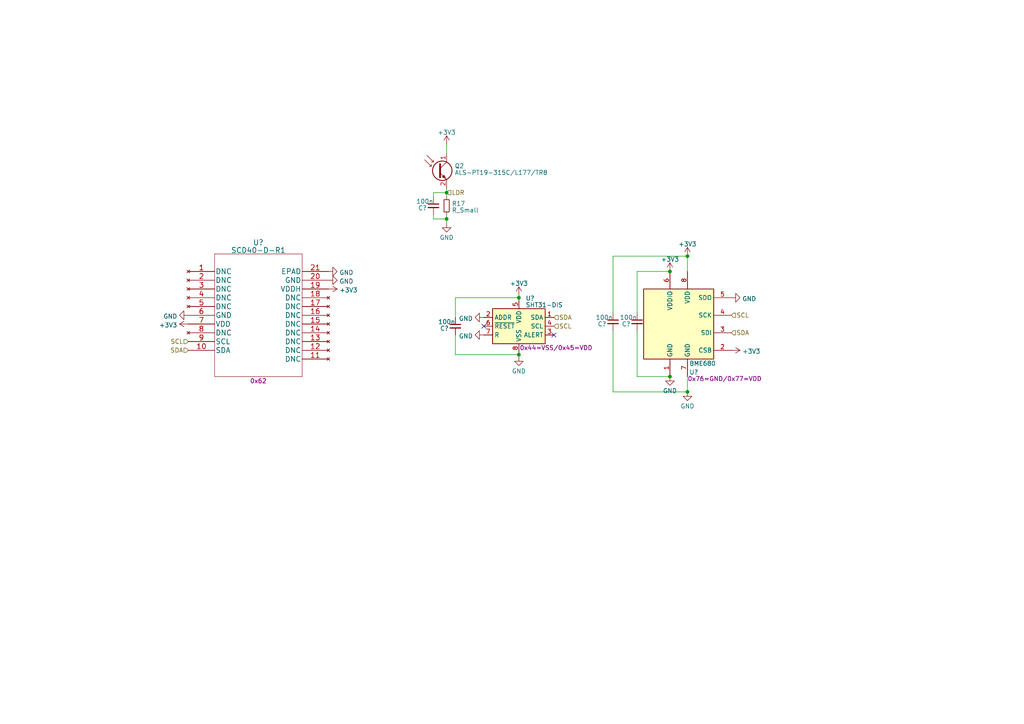
<source format=kicad_sch>
(kicad_sch (version 20230121) (generator eeschema)
  (paper "A4")
  (lib_symbols
    (symbol "Device:C_Small" (pin_numbers hide) (pin_names (offset 0.254) hide)
      (property "Reference" "C" (at 0.254 1.778 0))
      (property "Value" "C_Small" (at 0.254 -2.032 0))
      (symbol "C_Small_0_1"
        (polyline (pts (xy -1.524 -0.508) (xy 1.524 -0.508)) (stroke (width 0.3302)))
        (polyline (pts (xy -1.524 0.508) (xy 1.524 0.508)) (stroke (width 0.3048)))
      )
      (symbol "C_Small_1_1"
        (pin passive line (at 0 2.54 270) (length 2.032) (name "~") (number "1"))
        (pin passive line (at 0 -2.54 90) (length 2.032) (name "~") (number "2"))
      )
    )
    (symbol "Device:R_Small" (pin_numbers hide) (pin_names (offset 0.254) hide)
      (property "Reference" "R" (at 0.762 0.508 0))
      (property "Value" "R_Small" (at 0.762 -1.016 0))
      (symbol "R_Small_0_1"
        (rectangle (start -0.762 1.778) (end 0.762 -1.778) (stroke (width 0.2032)))
      )
      (symbol "R_Small_1_1"
        (pin passive line (at 0 2.54 270) (length 0.762) (name "~") (number "1"))
        (pin passive line (at 0 -2.54 90) (length 0.762) (name "~") (number "2"))
      )
    )
    (symbol "Sensor:BME680"
      (property "Reference" "U" (at -8.89 11.43 0))
      (property "Value" "BME680" (at 7.62 11.43 0))
      (symbol "BME680_0_1"
        (rectangle (start -10.16 10.16) (end 10.16 -10.16) (stroke (width 0.254)) (fill (type background)))
      )
      (symbol "BME680_1_1"
        (pin power_in line (at -2.54 -15.24 90) (length 5.08) (name "GND") (number "1"))
        (pin input line (at 15.24 -7.62 180) (length 5.08) (name "CSB") (number "2"))
        (pin bidirectional line (at 15.24 -2.54 180) (length 5.08) (name "SDI") (number "3"))
        (pin input line (at 15.24 2.54 180) (length 5.08) (name "SCK") (number "4"))
        (pin bidirectional line (at 15.24 7.62 180) (length 5.08) (name "SDO") (number "5"))
        (pin power_in line (at -2.54 15.24 270) (length 5.08) (name "VDDIO") (number "6"))
        (pin power_in line (at 2.54 -15.24 90) (length 5.08) (name "GND") (number "7"))
        (pin power_in line (at 2.54 15.24 270) (length 5.08) (name "VDD") (number "8"))
      )
    )
    (symbol "Sensor_Humidity:SHT31-DIS"
      (property "Reference" "U" (at -6.35 6.35 0))
      (property "Value" "SHT31-DIS" (at 6.35 6.35 0))
      (symbol "SHT31-DIS_0_1"
        (rectangle (start -7.62 5.08) (end 7.62 -5.08) (stroke (width 0.254)) (fill (type background)))
      )
      (symbol "SHT31-DIS_1_1"
        (pin bidirectional line (at 10.16 2.54 180) (length 2.54) (name "SDA") (number "1"))
        (pin input line (at -10.16 2.54 0) (length 2.54) (name "ADDR") (number "2"))
        (pin output line (at 10.16 -2.54 180) (length 2.54) (name "ALERT") (number "3"))
        (pin input line (at 10.16 0 180) (length 2.54) (name "SCL") (number "4"))
        (pin power_in line (at 0 7.62 270) (length 2.54) (name "VDD") (number "5"))
        (pin input line (at -10.16 0 0) (length 2.54) (name "~{RESET}") (number "6"))
        (pin passive line (at -10.16 -2.54 0) (length 2.54) (name "R") (number "7"))
        (pin power_in line (at 0 -7.62 90) (length 2.54) (name "VSS") (number "8"))
        (pin passive line (at 0 -7.62 90) (length 2.54) hide (name "VSS") (number "9"))
      )
    )
    (symbol "Sensor_Optical:TEPT4400" (pin_names (offset 0) hide)
      (property "Reference" "Q" (at 5.08 1.27 0))
      (property "Value" "TEPT4400" (at 5.08 -1.27 0))
      (symbol "TEPT4400_0_1"
        (polyline (pts (xy -1.905 1.27) (xy -2.54 1.27)))
        (polyline (pts (xy -1.27 2.54) (xy -1.905 2.54)))
        (polyline (pts (xy 0.635 0.635) (xy 2.54 2.54)))
        (polyline (pts (xy -3.81 3.175) (xy -1.905 1.27) (xy -1.905 1.905)))
        (polyline (pts (xy -3.175 4.445) (xy -1.27 2.54) (xy -1.27 3.175)))
        (polyline (pts (xy 0.635 -0.635) (xy 2.54 -2.54) (xy 2.54 -2.54)))
        (polyline (pts (xy 0.635 1.905) (xy 0.635 -1.905) (xy 0.635 -1.905)) (stroke (width 0.508)))
        (polyline (pts (xy 1.27 -1.778) (xy 1.778 -1.27) (xy 2.286 -2.286) (xy 1.27 -1.778) (xy 1.27 -1.778)) (fill (type outline)))
        (circle (center 1.27 0) (radius 2.8194) (stroke (width 0.254)))
      )
      (symbol "TEPT4400_1_1"
        (pin passive line (at 2.54 5.08 270) (length 2.54) (name "C") (number "1"))
        (pin passive line (at 2.54 -5.08 90) (length 2.54) (name "E") (number "2"))
      )
    )
    (symbol "power:+3V3" (power) (pin_names (offset 0))
      (property "Value" "+3V3" (at 0 3.556 0))
      (symbol "+3V3_0_1"
        (polyline (pts (xy -0.762 1.27) (xy 0 2.54)))
        (polyline (pts (xy 0 0) (xy 0 2.54)))
        (polyline (pts (xy 0 2.54) (xy 0.762 1.27)))
      )
      (symbol "+3V3_1_1"
        (pin power_in line (at 0 0 90) (length 0) hide (name "+3V3") (number "1"))
      )
    )
    (symbol "power:GND" (power) (pin_names (offset 0))
      (property "Value" "GND" (at 0 -3.81 0))
      (symbol "GND_0_1"
        (polyline (pts (xy 0 0) (xy 0 -1.27) (xy 1.27 -1.27) (xy 0 -2.54) (xy -1.27 -1.27) (xy 0 -1.27)))
      )
      (symbol "GND_1_1"
        (pin power_in line (at 0 0 270) (length 0) hide (name "GND") (number "1"))
      )
    )
    (symbol "ultralibrarian:SCD40-D-R1" (pin_names (offset 0.254))
      (property "Reference" "U" (at 20.32 10.16 0))
      (property "Value" "SCD40-D-R1" (at 20.32 7.62 0))
      (symbol "SCD40-D-R1_1_1"
        (polyline (pts (xy 7.62 -30.48) (xy 33.02 -30.48)) (stroke (width 0.127)))
        (polyline (pts (xy 7.62 5.08) (xy 7.62 -30.48)) (stroke (width 0.127)))
        (polyline (pts (xy 33.02 -30.48) (xy 33.02 5.08)) (stroke (width 0.127)))
        (polyline (pts (xy 33.02 5.08) (xy 7.62 5.08)) (stroke (width 0.127)))
        (pin no_connect line (at 0 0 0) (length 7.62) (name "DNC") (number "1"))
        (pin bidirectional line (at 0 -22.86 0) (length 7.62) (name "SDA") (number "10"))
        (pin no_connect line (at 40.64 -25.4 180) (length 7.62) (name "DNC") (number "11"))
        (pin no_connect line (at 40.64 -22.86 180) (length 7.62) (name "DNC") (number "12"))
        (pin no_connect line (at 40.64 -20.32 180) (length 7.62) (name "DNC") (number "13"))
        (pin no_connect line (at 40.64 -17.78 180) (length 7.62) (name "DNC") (number "14"))
        (pin no_connect line (at 40.64 -15.24 180) (length 7.62) (name "DNC") (number "15"))
        (pin no_connect line (at 40.64 -12.7 180) (length 7.62) (name "DNC") (number "16"))
        (pin no_connect line (at 40.64 -10.16 180) (length 7.62) (name "DNC") (number "17"))
        (pin no_connect line (at 40.64 -7.62 180) (length 7.62) (name "DNC") (number "18"))
        (pin power_in line (at 40.64 -5.08 180) (length 7.62) (name "VDDH") (number "19"))
        (pin no_connect line (at 0 -2.54 0) (length 7.62) (name "DNC") (number "2"))
        (pin power_in line (at 40.64 -2.54 180) (length 7.62) (name "GND") (number "20"))
        (pin power_in line (at 40.64 0 180) (length 7.62) (name "EPAD") (number "21"))
        (pin no_connect line (at 0 -5.08 0) (length 7.62) (name "DNC") (number "3"))
        (pin no_connect line (at 0 -7.62 0) (length 7.62) (name "DNC") (number "4"))
        (pin no_connect line (at 0 -10.16 0) (length 7.62) (name "DNC") (number "5"))
        (pin power_in line (at 0 -12.7 0) (length 7.62) (name "GND") (number "6"))
        (pin power_in line (at 0 -15.24 0) (length 7.62) (name "VDD") (number "7"))
        (pin no_connect line (at 0 -17.78 0) (length 7.62) (name "DNC") (number "8"))
        (pin input line (at 0 -20.32 0) (length 7.62) (name "SCL") (number "9"))
      )
    )
  )
  (junction (at 150.495 102.87))
  (junction (at 150.495 86.36))
  (junction (at 129.54 55.88))
  (junction (at 129.54 63.5))
  (junction (at 194.31 78.74))
  (junction (at 199.39 113.665))
  (junction (at 194.31 109.22))
  (junction (at 199.39 74.295))
  (no_connect (at 140.335 94.615))
  (no_connect (at 160.655 97.155))
  (wire (pts (xy 129.54 63.5) (xy 129.54 62.23)))
  (wire (pts (xy 129.54 64.77) (xy 129.54 63.5)))
  (wire (pts (xy 150.495 86.36) (xy 150.495 86.995)))
  (wire (pts (xy 150.495 102.87) (xy 150.495 102.235)))
  (wire (pts (xy 129.54 57.15) (xy 129.54 55.88)))
  (wire (pts (xy 177.8 95.885) (xy 177.8 113.665)))
  (wire (pts (xy 184.785 78.74) (xy 194.31 78.74)))
  (wire (pts (xy 129.54 55.88) (xy 129.54 54.61)))
  (wire (pts (xy 125.73 57.15) (xy 125.73 55.88)))
  (wire (pts (xy 125.73 63.5) (xy 129.54 63.5)))
  (wire (pts (xy 184.785 109.22) (xy 194.31 109.22)))
  (wire (pts (xy 199.39 74.295) (xy 199.39 78.74)))
  (wire (pts (xy 150.495 103.505) (xy 150.495 102.87)))
  (wire (pts (xy 132.08 92.075) (xy 132.08 86.36)))
  (wire (pts (xy 150.495 85.725) (xy 150.495 86.36)))
  (wire (pts (xy 129.54 41.91) (xy 129.54 44.45)))
  (wire (pts (xy 125.73 55.88) (xy 129.54 55.88)))
  (wire (pts (xy 184.785 90.805) (xy 184.785 78.74)))
  (wire (pts (xy 125.73 62.23) (xy 125.73 63.5)))
  (wire (pts (xy 132.08 86.36) (xy 150.495 86.36)))
  (wire (pts (xy 177.8 113.665) (xy 199.39 113.665)))
  (wire (pts (xy 184.785 95.885) (xy 184.785 109.22)))
  (wire (pts (xy 132.08 97.155) (xy 132.08 102.87)))
  (wire (pts (xy 177.8 74.295) (xy 199.39 74.295)))
  (wire (pts (xy 132.08 102.87) (xy 150.495 102.87)))
  (wire (pts (xy 177.8 90.805) (xy 177.8 74.295)))
  (wire (pts (xy 199.39 113.665) (xy 199.39 109.22)))
  (hierarchical_label "LDR" (shape input) (at 129.54 55.88 0))
  (hierarchical_label "SCL" (shape input) (at 54.61 99.06 180))
  (hierarchical_label "SDA" (shape input) (at 160.655 92.075 0))
  (hierarchical_label "SDA" (shape input) (at 212.09 96.52 0))
  (hierarchical_label "SCL" (shape input) (at 212.09 91.44 0))
  (hierarchical_label "SCL" (shape input) (at 160.655 94.615 0))
  (hierarchical_label "SDA" (shape input) (at 54.61 101.6 180))
  (symbol (lib_id "power:GND") (at 212.09 86.36 90) (unit 1)
    (property "Reference" "#PWR?" (effects hide))
    (property "Value" "GND" (at 215.265 86.6768 90) (effects (justify right)))
    (instances (project "RoomSensor" (path "" (reference "#PWR?") (unit 1)) (path "" (reference "#PWR059") (unit 1))))
  )
  (symbol (lib_id "power:+3V3") (at 199.39 74.295 0) (unit 1)
    (property "Reference" "#PWR?" (effects hide))
    (property "Value" "+3V3" (at 199.39 70.7931 0))
    (instances (project "RoomSensor" (path "" (reference "#PWR?") (unit 1)) (path "" (reference "#PWR057") (unit 1))))
  )
  (symbol (lib_id "Device:C_Small") (at 125.73 59.69 0) (mirror y) (unit 1)
    (property "Reference" "C?" (at 122.555 60.325 0))
    (property "Value" "100n" (at 123.19 58.42 0))
    (property "Footprint" "Capacitor_SMD:C_0603_1608Metric" (effects hide))
    (instances (project "RoomSensor" (path "" (reference "C?") (unit 1)) (path "" (reference "C15") (unit 1))))
  )
  (symbol (lib_id "power:+3V3") (at 194.31 78.74 0) (unit 1)
    (property "Reference" "#PWR?" (effects hide))
    (property "Value" "+3V3" (at 194.31 75.2381 0))
    (instances (project "RoomSensor" (path "" (reference "#PWR?") (unit 1)) (path "" (reference "#PWR055") (unit 1))))
  )
  (symbol (lib_id "Device:C_Small") (at 184.785 93.345 0) (mirror y) (unit 1)
    (property "Reference" "C?" (at 181.61 93.98 0))
    (property "Value" "100n" (at 182.245 92.075 0))
    (property "Footprint" "Capacitor_SMD:C_0603_1608Metric" (effects hide))
    (instances (project "RoomSensor" (path "" (reference "C?") (unit 1)) (path "" (reference "C23") (unit 1))))
  )
  (symbol (lib_id "Device:R_Small") (at 129.54 59.69 0) (unit 1)
    (property "Reference" "R17" (at 131.0386 59.0463 0) (effects (justify left)))
    (property "Value" "R_Small" (at 131.0386 60.9673 0) (effects (justify left)))
    (property "Footprint" "Resistor_SMD:R_0603_1608Metric" (effects hide))
  )
  (symbol (lib_id "Sensor:BME680") (at 196.85 93.98 0) (unit 1)
    (property "Reference" "U?" (at 202.565 107.95 0) (effects (justify right)))
    (property "Value" "BME680" (at 207.645 105.41 0) (effects (justify right)))
    (property "Footprint" "Package_LGA:Bosch_LGA-8_3x3mm_P0.8mm_ClockwisePinNumbering" (effects hide))
    (property "Datasheet" "https://www.bosch-sensortec.com/media/boschsensortec/downloads/datasheets/bst-bme680-ds001.pdf" (effects hide))
    (property "Address" "0x76=GND/0x77=VDD" (at 210.185 109.855 0))
    (instances (project "RoomSensor" (path "" (reference "U?") (unit 1)) (path "" (reference "U8") (unit 1))))
  )
  (symbol (lib_id "power:+3V3") (at 150.495 85.725 0) (unit 1)
    (property "Reference" "#PWR?" (effects hide))
    (property "Value" "+3V3" (at 150.495 82.2231 0))
    (instances (project "RoomSensor" (path "" (reference "#PWR?") (unit 1)) (path "" (reference "#PWR053") (unit 1))))
  )
  (symbol (lib_id "power:GND") (at 129.54 64.77 0) (unit 1)
    (property "Reference" "#PWR?" (effects hide))
    (property "Value" "GND" (at 129.54 68.9055 0))
    (instances (project "RoomSensor" (path "" (reference "#PWR?") (unit 1)) (path "" (reference "#PWR061") (unit 1))))
  )
  (symbol (lib_id "power:+3V3") (at 95.25 83.82 270) (unit 1)
    (property "Reference" "#PWR?" (effects hide))
    (property "Value" "+3V3" (at 98.425 84.1368 90) (effects (justify left)))
    (instances (project "RoomSensor" (path "" (reference "#PWR?") (unit 1)) (path "" (reference "#PWR050") (unit 1))))
  )
  (symbol (lib_id "power:GND") (at 140.335 97.155 270) (unit 1)
    (property "Reference" "#PWR?" (effects hide))
    (property "Value" "GND" (at 137.1601 97.4718 90) (effects (justify right)))
    (instances (project "RoomSensor" (path "" (reference "#PWR?") (unit 1)) (path "" (reference "#PWR052") (unit 1))))
  )
  (symbol (lib_id "power:+3V3") (at 212.09 101.6 270) (unit 1)
    (property "Reference" "#PWR?" (effects hide))
    (property "Value" "+3V3" (at 215.265 101.9168 90) (effects (justify left)))
    (instances (project "RoomSensor" (path "" (reference "#PWR?") (unit 1)) (path "" (reference "#PWR060") (unit 1))))
  )
  (symbol (lib_id "Sensor_Humidity:SHT31-DIS") (at 150.495 94.615 0) (unit 1)
    (property "Reference" "U?" (at 152.4509 86.5251 0) (effects (justify left)))
    (property "Value" "SHT31-DIS" (at 152.4509 88.4461 0) (effects (justify left)))
    (property "Footprint" "Sensor_Humidity:Sensirion_DFN-8-1EP_2.5x2.5mm_P0.5mm_EP1.1x1.7mm" (effects hide))
    (property "Datasheet" "https://www.sensirion.com/fileadmin/user_upload/customers/sensirion/Dokumente/2_Humidity_Sensors/Datasheets/Sensirion_Humidity_Sensors_SHT3x_Datasheet_digital.pdf" (effects hide))
    (property "Address" "0x44=VSS/0x45=VDD" (at 161.29 101.6 0) (effects (justify bottom)))
    (instances (project "RoomSensor" (path "" (reference "U?") (unit 1)) (path "" (reference "U7") (unit 1))))
  )
  (symbol (lib_id "Sensor_Optical:TEPT4400") (at 127 49.53 0) (unit 1)
    (property "Reference" "Q2" (at 131.8514 48.137 0) (effects (justify left)))
    (property "Value" "ALS-PT19-315C/L177/TR8" (at 131.8514 50.058 0) (effects (justify left)))
    (property "Footprint" "LED_SMD:LED_0603_1608Metric" (effects hide))
    (property "Datasheet" "https://datasheet.lcsc.com/lcsc/1806131537_Everlight-Elec-ALS-PT19-315C-L177-TR8_C146233.pdf" (effects hide))
  )
  (symbol (lib_id "power:GND") (at 95.25 78.74 90) (unit 1)
    (property "Reference" "#PWR?" (effects hide))
    (property "Value" "GND" (at 98.425 79.0568 90) (effects (justify right)))
    (instances (project "RoomSensor" (path "" (reference "#PWR?") (unit 1)) (path "" (reference "#PWR048") (unit 1))))
  )
  (symbol (lib_id "power:+3V3") (at 54.61 93.98 90) (unit 1)
    (property "Reference" "#PWR?" (effects hide))
    (property "Value" "+3V3" (at 51.435 94.2968 90) (effects (justify left)))
    (instances (project "RoomSensor" (path "" (reference "#PWR?") (unit 1)) (path "" (reference "#PWR047") (unit 1))))
  )
  (symbol (lib_id "power:GND") (at 199.39 113.665 0) (unit 1)
    (property "Reference" "#PWR?" (effects hide))
    (property "Value" "GND" (at 199.39 117.8005 0))
    (instances (project "RoomSensor" (path "" (reference "#PWR?") (unit 1)) (path "" (reference "#PWR058") (unit 1))))
  )
  (symbol (lib_id "Device:C_Small") (at 132.08 94.615 0) (mirror y) (unit 1)
    (property "Reference" "C?" (at 128.905 95.25 0))
    (property "Value" "100n" (at 129.54 93.345 0))
    (property "Footprint" "Capacitor_SMD:C_0603_1608Metric" (effects hide))
    (instances (project "RoomSensor" (path "" (reference "C?") (unit 1)) (path "" (reference "C21") (unit 1))))
  )
  (symbol (lib_id "power:GND") (at 194.31 109.22 0) (unit 1)
    (property "Reference" "#PWR?" (effects hide))
    (property "Value" "GND" (at 194.31 113.3555 0))
    (instances (project "RoomSensor" (path "" (reference "#PWR?") (unit 1)) (path "" (reference "#PWR056") (unit 1))))
  )
  (symbol (lib_id "power:GND") (at 140.335 92.075 270) (unit 1)
    (property "Reference" "#PWR?" (effects hide))
    (property "Value" "GND" (at 137.1601 92.3918 90) (effects (justify right)))
    (instances (project "RoomSensor" (path "" (reference "#PWR?") (unit 1)) (path "" (reference "#PWR051") (unit 1))))
  )
  (symbol (lib_id "ultralibrarian:SCD40-D-R1") (at 54.61 78.74 0) (unit 1)
    (property "Reference" "U?" (at 74.93 70.3404 0) (effects (font (size 1.524 1.524))))
    (property "Value" "SCD40-D-R1" (at 74.93 72.5946 0) (effects (font (size 1.524 1.524))))
    (property "Footprint" "ultralibrarian:SCD40-D-R1" (effects hide))
    (property "Address" "0x62" (at 74.93 110.49 0))
    (instances (project "RoomSensor" (path "" (reference "U?") (unit 1)) (path "" (reference "U6") (unit 1))))
  )
  (symbol (lib_id "power:GND") (at 54.61 91.44 270) (unit 1)
    (property "Reference" "#PWR?" (effects hide))
    (property "Value" "GND" (at 51.4351 91.7568 90) (effects (justify right)))
    (instances (project "RoomSensor" (path "" (reference "#PWR?") (unit 1)) (path "" (reference "#PWR046") (unit 1))))
  )
  (symbol (lib_id "power:GND") (at 95.25 81.28 90) (unit 1)
    (property "Reference" "#PWR?" (effects hide))
    (property "Value" "GND" (at 98.425 81.5968 90) (effects (justify right)))
    (instances (project "RoomSensor" (path "" (reference "#PWR?") (unit 1)) (path "" (reference "#PWR049") (unit 1))))
  )
  (symbol (lib_id "power:GND") (at 150.495 103.505 0) (unit 1)
    (property "Reference" "#PWR?" (effects hide))
    (property "Value" "GND" (at 150.495 107.6405 0))
    (instances (project "RoomSensor" (path "" (reference "#PWR?") (unit 1)) (path "" (reference "#PWR054") (unit 1))))
  )
  (symbol (lib_id "Device:C_Small") (at 177.8 93.345 0) (mirror y) (unit 1)
    (property "Reference" "C?" (at 174.625 93.98 0))
    (property "Value" "100n" (at 175.26 92.075 0))
    (property "Footprint" "Capacitor_SMD:C_0603_1608Metric" (effects hide))
    (instances (project "RoomSensor" (path "" (reference "C?") (unit 1)) (path "" (reference "C22") (unit 1))))
  )
  (symbol (lib_id "power:+3V3") (at 129.54 41.91 0) (unit 1)
    (property "Reference" "#PWR?" (effects hide))
    (property "Value" "+3V3" (at 129.54 38.4081 0))
    (instances (project "RoomSensor" (path "" (reference "#PWR?") (unit 1)) (path "" (reference "#PWR062") (unit 1))))
  )
)
</source>
